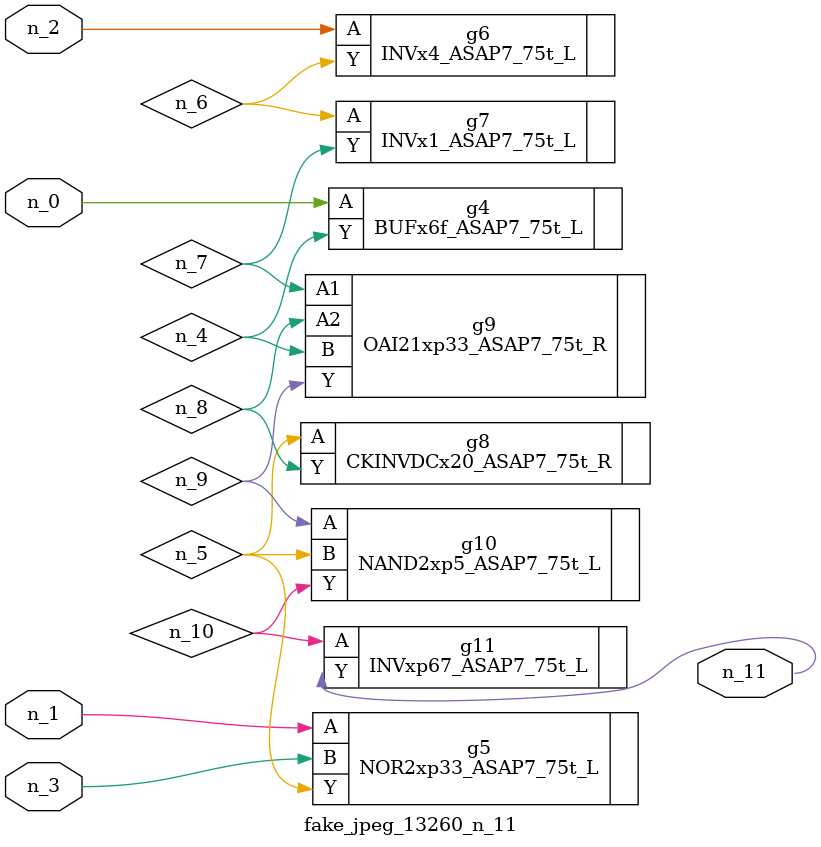
<source format=v>
module fake_jpeg_13260_n_11 (n_0, n_3, n_2, n_1, n_11);

input n_0;
input n_3;
input n_2;
input n_1;

output n_11;

wire n_10;
wire n_4;
wire n_8;
wire n_9;
wire n_6;
wire n_5;
wire n_7;

BUFx6f_ASAP7_75t_L g4 ( 
.A(n_0),
.Y(n_4)
);

NOR2xp33_ASAP7_75t_L g5 ( 
.A(n_1),
.B(n_3),
.Y(n_5)
);

INVx4_ASAP7_75t_L g6 ( 
.A(n_2),
.Y(n_6)
);

INVx1_ASAP7_75t_L g7 ( 
.A(n_6),
.Y(n_7)
);

OAI21xp33_ASAP7_75t_R g9 ( 
.A1(n_7),
.A2(n_8),
.B(n_4),
.Y(n_9)
);

CKINVDCx20_ASAP7_75t_R g8 ( 
.A(n_5),
.Y(n_8)
);

NAND2xp5_ASAP7_75t_L g10 ( 
.A(n_9),
.B(n_5),
.Y(n_10)
);

INVxp67_ASAP7_75t_L g11 ( 
.A(n_10),
.Y(n_11)
);


endmodule
</source>
